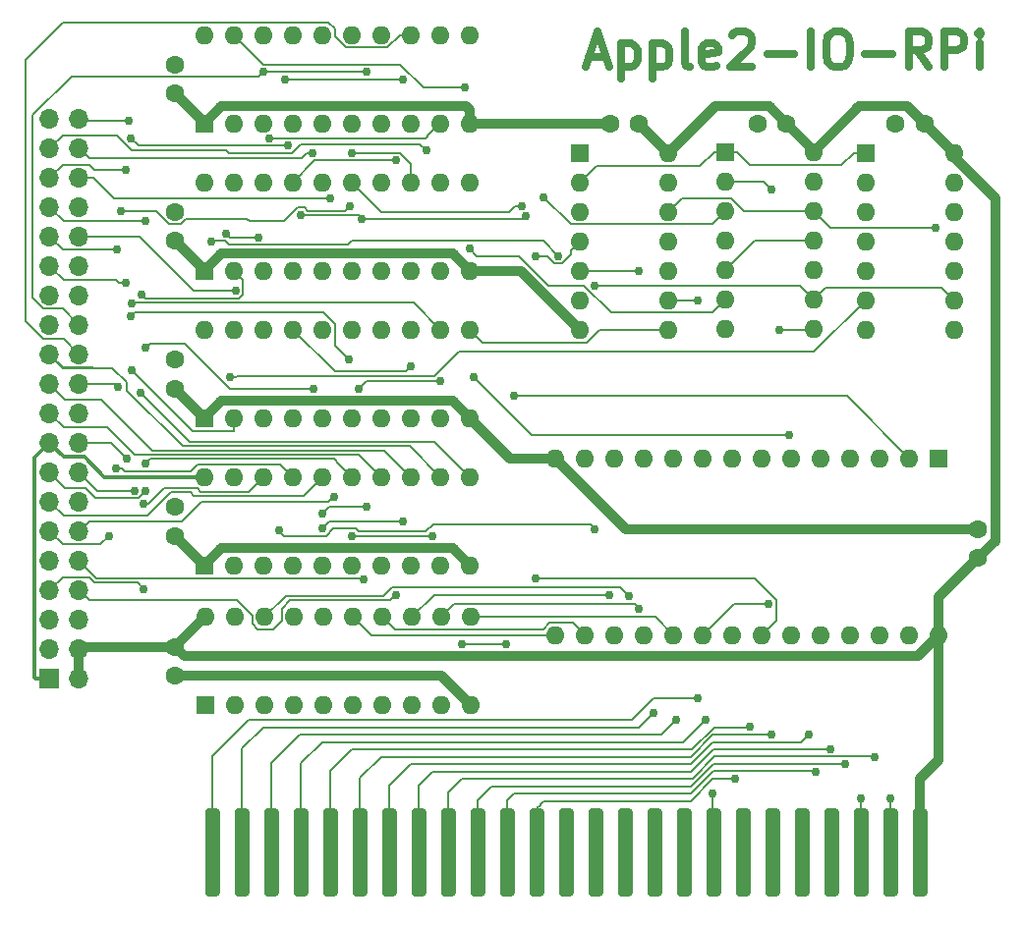
<source format=gbr>
G04 #@! TF.GenerationSoftware,KiCad,Pcbnew,(5.1.10-1-10_14)*
G04 #@! TF.CreationDate,2021-07-20T17:57:18-04:00*
G04 #@! TF.ProjectId,Apple2IORPi,4170706c-6532-4494-9f52-50692e6b6963,0.4*
G04 #@! TF.SameCoordinates,Original*
G04 #@! TF.FileFunction,Copper,L1,Top*
G04 #@! TF.FilePolarity,Positive*
%FSLAX46Y46*%
G04 Gerber Fmt 4.6, Leading zero omitted, Abs format (unit mm)*
G04 Created by KiCad (PCBNEW (5.1.10-1-10_14)) date 2021-07-20 17:57:18*
%MOMM*%
%LPD*%
G01*
G04 APERTURE LIST*
G04 #@! TA.AperFunction,NonConductor*
%ADD10C,0.635000*%
G04 #@! TD*
G04 #@! TA.AperFunction,ComponentPad*
%ADD11C,1.600000*%
G04 #@! TD*
G04 #@! TA.AperFunction,ComponentPad*
%ADD12O,1.600000X1.600000*%
G04 #@! TD*
G04 #@! TA.AperFunction,ComponentPad*
%ADD13R,1.600000X1.600000*%
G04 #@! TD*
G04 #@! TA.AperFunction,ComponentPad*
%ADD14R,1.700000X1.700000*%
G04 #@! TD*
G04 #@! TA.AperFunction,ComponentPad*
%ADD15O,1.700000X1.700000*%
G04 #@! TD*
G04 #@! TA.AperFunction,ViaPad*
%ADD16C,0.762000*%
G04 #@! TD*
G04 #@! TA.AperFunction,Conductor*
%ADD17C,0.177800*%
G04 #@! TD*
G04 #@! TA.AperFunction,Conductor*
%ADD18C,0.812800*%
G04 #@! TD*
G04 #@! TA.AperFunction,Conductor*
%ADD19C,0.355600*%
G04 #@! TD*
G04 APERTURE END LIST*
D10*
X156928457Y-46990000D02*
X158379885Y-46990000D01*
X156638171Y-47860857D02*
X157654171Y-44812857D01*
X158670171Y-47860857D01*
X159686171Y-45828857D02*
X159686171Y-48876857D01*
X159686171Y-45974000D02*
X159976457Y-45828857D01*
X160557028Y-45828857D01*
X160847314Y-45974000D01*
X160992457Y-46119142D01*
X161137600Y-46409428D01*
X161137600Y-47280285D01*
X160992457Y-47570571D01*
X160847314Y-47715714D01*
X160557028Y-47860857D01*
X159976457Y-47860857D01*
X159686171Y-47715714D01*
X162443885Y-45828857D02*
X162443885Y-48876857D01*
X162443885Y-45974000D02*
X162734171Y-45828857D01*
X163314742Y-45828857D01*
X163605028Y-45974000D01*
X163750171Y-46119142D01*
X163895314Y-46409428D01*
X163895314Y-47280285D01*
X163750171Y-47570571D01*
X163605028Y-47715714D01*
X163314742Y-47860857D01*
X162734171Y-47860857D01*
X162443885Y-47715714D01*
X165637028Y-47860857D02*
X165346742Y-47715714D01*
X165201600Y-47425428D01*
X165201600Y-44812857D01*
X167959314Y-47715714D02*
X167669028Y-47860857D01*
X167088457Y-47860857D01*
X166798171Y-47715714D01*
X166653028Y-47425428D01*
X166653028Y-46264285D01*
X166798171Y-45974000D01*
X167088457Y-45828857D01*
X167669028Y-45828857D01*
X167959314Y-45974000D01*
X168104457Y-46264285D01*
X168104457Y-46554571D01*
X166653028Y-46844857D01*
X169265600Y-45103142D02*
X169410742Y-44958000D01*
X169701028Y-44812857D01*
X170426742Y-44812857D01*
X170717028Y-44958000D01*
X170862171Y-45103142D01*
X171007314Y-45393428D01*
X171007314Y-45683714D01*
X170862171Y-46119142D01*
X169120457Y-47860857D01*
X171007314Y-47860857D01*
X172313600Y-46699714D02*
X174635885Y-46699714D01*
X176087314Y-47860857D02*
X176087314Y-44812857D01*
X178119314Y-44812857D02*
X178699885Y-44812857D01*
X178990171Y-44958000D01*
X179280457Y-45248285D01*
X179425600Y-45828857D01*
X179425600Y-46844857D01*
X179280457Y-47425428D01*
X178990171Y-47715714D01*
X178699885Y-47860857D01*
X178119314Y-47860857D01*
X177829028Y-47715714D01*
X177538742Y-47425428D01*
X177393600Y-46844857D01*
X177393600Y-45828857D01*
X177538742Y-45248285D01*
X177829028Y-44958000D01*
X178119314Y-44812857D01*
X180731885Y-46699714D02*
X183054171Y-46699714D01*
X186247314Y-47860857D02*
X185231314Y-46409428D01*
X184505600Y-47860857D02*
X184505600Y-44812857D01*
X185666742Y-44812857D01*
X185957028Y-44958000D01*
X186102171Y-45103142D01*
X186247314Y-45393428D01*
X186247314Y-45828857D01*
X186102171Y-46119142D01*
X185957028Y-46264285D01*
X185666742Y-46409428D01*
X184505600Y-46409428D01*
X187553600Y-47860857D02*
X187553600Y-44812857D01*
X188714742Y-44812857D01*
X189005028Y-44958000D01*
X189150171Y-45103142D01*
X189295314Y-45393428D01*
X189295314Y-45828857D01*
X189150171Y-46119142D01*
X189005028Y-46264285D01*
X188714742Y-46409428D01*
X187553600Y-46409428D01*
X190601600Y-47860857D02*
X190601600Y-45828857D01*
X190601600Y-44812857D02*
X190456457Y-44958000D01*
X190601600Y-45103142D01*
X190746742Y-44958000D01*
X190601600Y-44812857D01*
X190601600Y-45103142D01*
D11*
X190500000Y-90170000D03*
X190500000Y-87670000D03*
D12*
X176326800Y-55168800D03*
X168706800Y-70408800D03*
X176326800Y-57708800D03*
X168706800Y-67868800D03*
X176326800Y-60248800D03*
X168706800Y-65328800D03*
X176326800Y-62788800D03*
X168706800Y-62788800D03*
X176326800Y-65328800D03*
X168706800Y-60248800D03*
X176326800Y-67868800D03*
X168706800Y-57708800D03*
X176326800Y-70408800D03*
D13*
X168706800Y-55168800D03*
X180771800Y-55245000D03*
D12*
X188391800Y-70485000D03*
X180771800Y-57785000D03*
X188391800Y-67945000D03*
X180771800Y-60325000D03*
X188391800Y-65405000D03*
X180771800Y-62865000D03*
X188391800Y-62865000D03*
X180771800Y-65405000D03*
X188391800Y-60325000D03*
X180771800Y-67945000D03*
X188391800Y-57785000D03*
X180771800Y-70485000D03*
X188391800Y-55245000D03*
X163830000Y-55245000D03*
X156210000Y-70485000D03*
X163830000Y-57785000D03*
X156210000Y-67945000D03*
X163830000Y-60325000D03*
X156210000Y-65405000D03*
X163830000Y-62865000D03*
X156210000Y-62865000D03*
X163830000Y-65405000D03*
X156210000Y-60325000D03*
X163830000Y-67945000D03*
X156210000Y-57785000D03*
X163830000Y-70485000D03*
D13*
X156210000Y-55245000D03*
D11*
X121285000Y-85765000D03*
X121285000Y-88265000D03*
X121285000Y-100330000D03*
X121285000Y-97830000D03*
X121285000Y-75565000D03*
X121285000Y-73065000D03*
X158790000Y-52705000D03*
X161290000Y-52705000D03*
X173990000Y-52705000D03*
X171490000Y-52705000D03*
X185851800Y-52705000D03*
X183351800Y-52705000D03*
D13*
X123825000Y-65405000D03*
D12*
X146685000Y-57785000D03*
X126365000Y-65405000D03*
X144145000Y-57785000D03*
X128905000Y-65405000D03*
X141605000Y-57785000D03*
X131445000Y-65405000D03*
X139065000Y-57785000D03*
X133985000Y-65405000D03*
X136525000Y-57785000D03*
X136525000Y-65405000D03*
X133985000Y-57785000D03*
X139065000Y-65405000D03*
X131445000Y-57785000D03*
X141605000Y-65405000D03*
X128905000Y-57785000D03*
X144145000Y-65405000D03*
X126365000Y-57785000D03*
X146685000Y-65405000D03*
X123825000Y-57785000D03*
D11*
X121285000Y-60325000D03*
X121285000Y-62825000D03*
D13*
X123825000Y-78105000D03*
D12*
X146685000Y-70485000D03*
X126365000Y-78105000D03*
X144145000Y-70485000D03*
X128905000Y-78105000D03*
X141605000Y-70485000D03*
X131445000Y-78105000D03*
X139065000Y-70485000D03*
X133985000Y-78105000D03*
X136525000Y-70485000D03*
X136525000Y-78105000D03*
X133985000Y-70485000D03*
X139065000Y-78105000D03*
X131445000Y-70485000D03*
X141605000Y-78105000D03*
X128905000Y-70485000D03*
X144145000Y-78105000D03*
X126365000Y-70485000D03*
X146685000Y-78105000D03*
X123825000Y-70485000D03*
D14*
X110490000Y-100584000D03*
D15*
X113030000Y-100584000D03*
X110490000Y-98044000D03*
X113030000Y-98044000D03*
X110490000Y-95504000D03*
X113030000Y-95504000D03*
X110490000Y-92964000D03*
X113030000Y-92964000D03*
X110490000Y-90424000D03*
X113030000Y-90424000D03*
X110490000Y-87884000D03*
X113030000Y-87884000D03*
X110490000Y-85344000D03*
X113030000Y-85344000D03*
X110490000Y-82804000D03*
X113030000Y-82804000D03*
X110490000Y-80264000D03*
X113030000Y-80264000D03*
X110490000Y-77724000D03*
X113030000Y-77724000D03*
X110490000Y-75184000D03*
X113030000Y-75184000D03*
X110490000Y-72644000D03*
X113030000Y-72644000D03*
X110490000Y-70104000D03*
X113030000Y-70104000D03*
X110490000Y-67564000D03*
X113030000Y-67564000D03*
X110490000Y-65024000D03*
X113030000Y-65024000D03*
X110490000Y-62484000D03*
X113030000Y-62484000D03*
X110490000Y-59944000D03*
X113030000Y-59944000D03*
X110490000Y-57404000D03*
X113030000Y-57404000D03*
X110490000Y-54864000D03*
X113030000Y-54864000D03*
X110490000Y-52324000D03*
X113030000Y-52324000D03*
D12*
X123825000Y-45085000D03*
X146685000Y-52705000D03*
X126365000Y-45085000D03*
X144145000Y-52705000D03*
X128905000Y-45085000D03*
X141605000Y-52705000D03*
X131445000Y-45085000D03*
X139065000Y-52705000D03*
X133985000Y-45085000D03*
X136525000Y-52705000D03*
X136525000Y-45085000D03*
X133985000Y-52705000D03*
X139065000Y-45085000D03*
X131445000Y-52705000D03*
X141605000Y-45085000D03*
X128905000Y-52705000D03*
X144145000Y-45085000D03*
X126365000Y-52705000D03*
X146685000Y-45085000D03*
D13*
X123825000Y-52705000D03*
X187101925Y-81586962D03*
D12*
X154081925Y-96826962D03*
X184561925Y-81586962D03*
X156621925Y-96826962D03*
X182021925Y-81586962D03*
X159161925Y-96826962D03*
X179481925Y-81586962D03*
X161701925Y-96826962D03*
X176941925Y-81586962D03*
X164241925Y-96826962D03*
X174401925Y-81586962D03*
X166781925Y-96826962D03*
X171861925Y-81586962D03*
X169321925Y-96826962D03*
X169321925Y-81586962D03*
X171861925Y-96826962D03*
X166781925Y-81586962D03*
X174401925Y-96826962D03*
X164241925Y-81586962D03*
X176941925Y-96826962D03*
X161701925Y-81586962D03*
X179481925Y-96826962D03*
X159161925Y-81586962D03*
X182021925Y-96826962D03*
X156621925Y-81586962D03*
X184561925Y-96826962D03*
X154081925Y-81586962D03*
X187101925Y-96826962D03*
G04 #@! TA.AperFunction,ConnectorPad*
G36*
G01*
X184860001Y-119062500D02*
X184860001Y-112077500D01*
G75*
G02*
X185177501Y-111760000I317500J0D01*
G01*
X185812501Y-111760000D01*
G75*
G02*
X186130001Y-112077500I0J-317500D01*
G01*
X186130001Y-119062500D01*
G75*
G02*
X185812501Y-119380000I-317500J0D01*
G01*
X185177501Y-119380000D01*
G75*
G02*
X184860001Y-119062500I0J317500D01*
G01*
G37*
G04 #@! TD.AperFunction*
G04 #@! TA.AperFunction,ConnectorPad*
G36*
G01*
X182320001Y-119062500D02*
X182320001Y-112077500D01*
G75*
G02*
X182637501Y-111760000I317500J0D01*
G01*
X183272501Y-111760000D01*
G75*
G02*
X183590001Y-112077500I0J-317500D01*
G01*
X183590001Y-119062500D01*
G75*
G02*
X183272501Y-119380000I-317500J0D01*
G01*
X182637501Y-119380000D01*
G75*
G02*
X182320001Y-119062500I0J317500D01*
G01*
G37*
G04 #@! TD.AperFunction*
G04 #@! TA.AperFunction,ConnectorPad*
G36*
G01*
X179780001Y-119062500D02*
X179780001Y-112077500D01*
G75*
G02*
X180097501Y-111760000I317500J0D01*
G01*
X180732501Y-111760000D01*
G75*
G02*
X181050001Y-112077500I0J-317500D01*
G01*
X181050001Y-119062500D01*
G75*
G02*
X180732501Y-119380000I-317500J0D01*
G01*
X180097501Y-119380000D01*
G75*
G02*
X179780001Y-119062500I0J317500D01*
G01*
G37*
G04 #@! TD.AperFunction*
G04 #@! TA.AperFunction,ConnectorPad*
G36*
G01*
X177240001Y-119062500D02*
X177240001Y-112077500D01*
G75*
G02*
X177557501Y-111760000I317500J0D01*
G01*
X178192501Y-111760000D01*
G75*
G02*
X178510001Y-112077500I0J-317500D01*
G01*
X178510001Y-119062500D01*
G75*
G02*
X178192501Y-119380000I-317500J0D01*
G01*
X177557501Y-119380000D01*
G75*
G02*
X177240001Y-119062500I0J317500D01*
G01*
G37*
G04 #@! TD.AperFunction*
G04 #@! TA.AperFunction,ConnectorPad*
G36*
G01*
X174700001Y-119062500D02*
X174700001Y-112077500D01*
G75*
G02*
X175017501Y-111760000I317500J0D01*
G01*
X175652501Y-111760000D01*
G75*
G02*
X175970001Y-112077500I0J-317500D01*
G01*
X175970001Y-119062500D01*
G75*
G02*
X175652501Y-119380000I-317500J0D01*
G01*
X175017501Y-119380000D01*
G75*
G02*
X174700001Y-119062500I0J317500D01*
G01*
G37*
G04 #@! TD.AperFunction*
G04 #@! TA.AperFunction,ConnectorPad*
G36*
G01*
X172160001Y-119062500D02*
X172160001Y-112077500D01*
G75*
G02*
X172477501Y-111760000I317500J0D01*
G01*
X173112501Y-111760000D01*
G75*
G02*
X173430001Y-112077500I0J-317500D01*
G01*
X173430001Y-119062500D01*
G75*
G02*
X173112501Y-119380000I-317500J0D01*
G01*
X172477501Y-119380000D01*
G75*
G02*
X172160001Y-119062500I0J317500D01*
G01*
G37*
G04 #@! TD.AperFunction*
G04 #@! TA.AperFunction,ConnectorPad*
G36*
G01*
X169620001Y-119062500D02*
X169620001Y-112077500D01*
G75*
G02*
X169937501Y-111760000I317500J0D01*
G01*
X170572501Y-111760000D01*
G75*
G02*
X170890001Y-112077500I0J-317500D01*
G01*
X170890001Y-119062500D01*
G75*
G02*
X170572501Y-119380000I-317500J0D01*
G01*
X169937501Y-119380000D01*
G75*
G02*
X169620001Y-119062500I0J317500D01*
G01*
G37*
G04 #@! TD.AperFunction*
G04 #@! TA.AperFunction,ConnectorPad*
G36*
G01*
X167080001Y-119062500D02*
X167080001Y-112077500D01*
G75*
G02*
X167397501Y-111760000I317500J0D01*
G01*
X168032501Y-111760000D01*
G75*
G02*
X168350001Y-112077500I0J-317500D01*
G01*
X168350001Y-119062500D01*
G75*
G02*
X168032501Y-119380000I-317500J0D01*
G01*
X167397501Y-119380000D01*
G75*
G02*
X167080001Y-119062500I0J317500D01*
G01*
G37*
G04 #@! TD.AperFunction*
G04 #@! TA.AperFunction,ConnectorPad*
G36*
G01*
X164540001Y-119062500D02*
X164540001Y-112077500D01*
G75*
G02*
X164857501Y-111760000I317500J0D01*
G01*
X165492501Y-111760000D01*
G75*
G02*
X165810001Y-112077500I0J-317500D01*
G01*
X165810001Y-119062500D01*
G75*
G02*
X165492501Y-119380000I-317500J0D01*
G01*
X164857501Y-119380000D01*
G75*
G02*
X164540001Y-119062500I0J317500D01*
G01*
G37*
G04 #@! TD.AperFunction*
G04 #@! TA.AperFunction,ConnectorPad*
G36*
G01*
X162000001Y-119062500D02*
X162000001Y-112077500D01*
G75*
G02*
X162317501Y-111760000I317500J0D01*
G01*
X162952501Y-111760000D01*
G75*
G02*
X163270001Y-112077500I0J-317500D01*
G01*
X163270001Y-119062500D01*
G75*
G02*
X162952501Y-119380000I-317500J0D01*
G01*
X162317501Y-119380000D01*
G75*
G02*
X162000001Y-119062500I0J317500D01*
G01*
G37*
G04 #@! TD.AperFunction*
G04 #@! TA.AperFunction,ConnectorPad*
G36*
G01*
X159460001Y-119062500D02*
X159460001Y-112077500D01*
G75*
G02*
X159777501Y-111760000I317500J0D01*
G01*
X160412501Y-111760000D01*
G75*
G02*
X160730001Y-112077500I0J-317500D01*
G01*
X160730001Y-119062500D01*
G75*
G02*
X160412501Y-119380000I-317500J0D01*
G01*
X159777501Y-119380000D01*
G75*
G02*
X159460001Y-119062500I0J317500D01*
G01*
G37*
G04 #@! TD.AperFunction*
G04 #@! TA.AperFunction,ConnectorPad*
G36*
G01*
X156920001Y-119062500D02*
X156920001Y-112077500D01*
G75*
G02*
X157237501Y-111760000I317500J0D01*
G01*
X157872501Y-111760000D01*
G75*
G02*
X158190001Y-112077500I0J-317500D01*
G01*
X158190001Y-119062500D01*
G75*
G02*
X157872501Y-119380000I-317500J0D01*
G01*
X157237501Y-119380000D01*
G75*
G02*
X156920001Y-119062500I0J317500D01*
G01*
G37*
G04 #@! TD.AperFunction*
G04 #@! TA.AperFunction,ConnectorPad*
G36*
G01*
X154380001Y-119062500D02*
X154380001Y-112077500D01*
G75*
G02*
X154697501Y-111760000I317500J0D01*
G01*
X155332501Y-111760000D01*
G75*
G02*
X155650001Y-112077500I0J-317500D01*
G01*
X155650001Y-119062500D01*
G75*
G02*
X155332501Y-119380000I-317500J0D01*
G01*
X154697501Y-119380000D01*
G75*
G02*
X154380001Y-119062500I0J317500D01*
G01*
G37*
G04 #@! TD.AperFunction*
G04 #@! TA.AperFunction,ConnectorPad*
G36*
G01*
X151840001Y-119062500D02*
X151840001Y-112077500D01*
G75*
G02*
X152157501Y-111760000I317500J0D01*
G01*
X152792501Y-111760000D01*
G75*
G02*
X153110001Y-112077500I0J-317500D01*
G01*
X153110001Y-119062500D01*
G75*
G02*
X152792501Y-119380000I-317500J0D01*
G01*
X152157501Y-119380000D01*
G75*
G02*
X151840001Y-119062500I0J317500D01*
G01*
G37*
G04 #@! TD.AperFunction*
G04 #@! TA.AperFunction,ConnectorPad*
G36*
G01*
X149300001Y-119062500D02*
X149300001Y-112077500D01*
G75*
G02*
X149617501Y-111760000I317500J0D01*
G01*
X150252501Y-111760000D01*
G75*
G02*
X150570001Y-112077500I0J-317500D01*
G01*
X150570001Y-119062500D01*
G75*
G02*
X150252501Y-119380000I-317500J0D01*
G01*
X149617501Y-119380000D01*
G75*
G02*
X149300001Y-119062500I0J317500D01*
G01*
G37*
G04 #@! TD.AperFunction*
G04 #@! TA.AperFunction,ConnectorPad*
G36*
G01*
X146760001Y-119062500D02*
X146760001Y-112077500D01*
G75*
G02*
X147077501Y-111760000I317500J0D01*
G01*
X147712501Y-111760000D01*
G75*
G02*
X148030001Y-112077500I0J-317500D01*
G01*
X148030001Y-119062500D01*
G75*
G02*
X147712501Y-119380000I-317500J0D01*
G01*
X147077501Y-119380000D01*
G75*
G02*
X146760001Y-119062500I0J317500D01*
G01*
G37*
G04 #@! TD.AperFunction*
G04 #@! TA.AperFunction,ConnectorPad*
G36*
G01*
X144220001Y-119062500D02*
X144220001Y-112077500D01*
G75*
G02*
X144537501Y-111760000I317500J0D01*
G01*
X145172501Y-111760000D01*
G75*
G02*
X145490001Y-112077500I0J-317500D01*
G01*
X145490001Y-119062500D01*
G75*
G02*
X145172501Y-119380000I-317500J0D01*
G01*
X144537501Y-119380000D01*
G75*
G02*
X144220001Y-119062500I0J317500D01*
G01*
G37*
G04 #@! TD.AperFunction*
G04 #@! TA.AperFunction,ConnectorPad*
G36*
G01*
X141680001Y-119062500D02*
X141680001Y-112077500D01*
G75*
G02*
X141997501Y-111760000I317500J0D01*
G01*
X142632501Y-111760000D01*
G75*
G02*
X142950001Y-112077500I0J-317500D01*
G01*
X142950001Y-119062500D01*
G75*
G02*
X142632501Y-119380000I-317500J0D01*
G01*
X141997501Y-119380000D01*
G75*
G02*
X141680001Y-119062500I0J317500D01*
G01*
G37*
G04 #@! TD.AperFunction*
G04 #@! TA.AperFunction,ConnectorPad*
G36*
G01*
X139140001Y-119062500D02*
X139140001Y-112077500D01*
G75*
G02*
X139457501Y-111760000I317500J0D01*
G01*
X140092501Y-111760000D01*
G75*
G02*
X140410001Y-112077500I0J-317500D01*
G01*
X140410001Y-119062500D01*
G75*
G02*
X140092501Y-119380000I-317500J0D01*
G01*
X139457501Y-119380000D01*
G75*
G02*
X139140001Y-119062500I0J317500D01*
G01*
G37*
G04 #@! TD.AperFunction*
G04 #@! TA.AperFunction,ConnectorPad*
G36*
G01*
X136600001Y-119062500D02*
X136600001Y-112077500D01*
G75*
G02*
X136917501Y-111760000I317500J0D01*
G01*
X137552501Y-111760000D01*
G75*
G02*
X137870001Y-112077500I0J-317500D01*
G01*
X137870001Y-119062500D01*
G75*
G02*
X137552501Y-119380000I-317500J0D01*
G01*
X136917501Y-119380000D01*
G75*
G02*
X136600001Y-119062500I0J317500D01*
G01*
G37*
G04 #@! TD.AperFunction*
G04 #@! TA.AperFunction,ConnectorPad*
G36*
G01*
X134060001Y-119062500D02*
X134060001Y-112077500D01*
G75*
G02*
X134377501Y-111760000I317500J0D01*
G01*
X135012501Y-111760000D01*
G75*
G02*
X135330001Y-112077500I0J-317500D01*
G01*
X135330001Y-119062500D01*
G75*
G02*
X135012501Y-119380000I-317500J0D01*
G01*
X134377501Y-119380000D01*
G75*
G02*
X134060001Y-119062500I0J317500D01*
G01*
G37*
G04 #@! TD.AperFunction*
G04 #@! TA.AperFunction,ConnectorPad*
G36*
G01*
X131520001Y-119062500D02*
X131520001Y-112077500D01*
G75*
G02*
X131837501Y-111760000I317500J0D01*
G01*
X132472501Y-111760000D01*
G75*
G02*
X132790001Y-112077500I0J-317500D01*
G01*
X132790001Y-119062500D01*
G75*
G02*
X132472501Y-119380000I-317500J0D01*
G01*
X131837501Y-119380000D01*
G75*
G02*
X131520001Y-119062500I0J317500D01*
G01*
G37*
G04 #@! TD.AperFunction*
G04 #@! TA.AperFunction,ConnectorPad*
G36*
G01*
X128980001Y-119062500D02*
X128980001Y-112077500D01*
G75*
G02*
X129297501Y-111760000I317500J0D01*
G01*
X129932501Y-111760000D01*
G75*
G02*
X130250001Y-112077500I0J-317500D01*
G01*
X130250001Y-119062500D01*
G75*
G02*
X129932501Y-119380000I-317500J0D01*
G01*
X129297501Y-119380000D01*
G75*
G02*
X128980001Y-119062500I0J317500D01*
G01*
G37*
G04 #@! TD.AperFunction*
G04 #@! TA.AperFunction,ConnectorPad*
G36*
G01*
X126440001Y-119062500D02*
X126440001Y-112077500D01*
G75*
G02*
X126757501Y-111760000I317500J0D01*
G01*
X127392501Y-111760000D01*
G75*
G02*
X127710001Y-112077500I0J-317500D01*
G01*
X127710001Y-119062500D01*
G75*
G02*
X127392501Y-119380000I-317500J0D01*
G01*
X126757501Y-119380000D01*
G75*
G02*
X126440001Y-119062500I0J317500D01*
G01*
G37*
G04 #@! TD.AperFunction*
G04 #@! TA.AperFunction,ConnectorPad*
G36*
G01*
X123900001Y-119062500D02*
X123900001Y-112077500D01*
G75*
G02*
X124217501Y-111760000I317500J0D01*
G01*
X124852501Y-111760000D01*
G75*
G02*
X125170001Y-112077500I0J-317500D01*
G01*
X125170001Y-119062500D01*
G75*
G02*
X124852501Y-119380000I-317500J0D01*
G01*
X124217501Y-119380000D01*
G75*
G02*
X123900001Y-119062500I0J317500D01*
G01*
G37*
G04 #@! TD.AperFunction*
D13*
X123952000Y-102870000D03*
D12*
X146812000Y-95250000D03*
X126492000Y-102870000D03*
X144272000Y-95250000D03*
X129032000Y-102870000D03*
X141732000Y-95250000D03*
X131572000Y-102870000D03*
X139192000Y-95250000D03*
X134112000Y-102870000D03*
X136652000Y-95250000D03*
X136652000Y-102870000D03*
X134112000Y-95250000D03*
X139192000Y-102870000D03*
X131572000Y-95250000D03*
X141732000Y-102870000D03*
X129032000Y-95250000D03*
X144272000Y-102870000D03*
X126492000Y-95250000D03*
X146812000Y-102870000D03*
X123952000Y-95250000D03*
X123825000Y-83185000D03*
X146685000Y-90805000D03*
X126365000Y-83185000D03*
X144145000Y-90805000D03*
X128905000Y-83185000D03*
X141605000Y-90805000D03*
X131445000Y-83185000D03*
X139065000Y-90805000D03*
X133985000Y-83185000D03*
X136525000Y-90805000D03*
X136525000Y-83185000D03*
X133985000Y-90805000D03*
X139065000Y-83185000D03*
X131445000Y-90805000D03*
X141605000Y-83185000D03*
X128905000Y-90805000D03*
X144145000Y-83185000D03*
X126365000Y-90805000D03*
X146685000Y-83185000D03*
D13*
X123825000Y-90805000D03*
D11*
X121285000Y-50125000D03*
X121285000Y-47625000D03*
D16*
X140970000Y-86995000D03*
X133985000Y-87630000D03*
X136525000Y-55245000D03*
X143510000Y-88265000D03*
X136525000Y-88265000D03*
X181610000Y-107315000D03*
X158750000Y-93345000D03*
X177800000Y-106654599D03*
X161290000Y-94602300D03*
X141605000Y-73660000D03*
X140335000Y-55892700D03*
X175895000Y-105410000D03*
X129438400Y-53988593D03*
X172720000Y-105397300D03*
X166370000Y-102235000D03*
X172466000Y-94107000D03*
X170815000Y-104749600D03*
X169557700Y-109220000D03*
X167005000Y-104140000D03*
X164465000Y-104140000D03*
X162560000Y-103505000D03*
X161290000Y-65405000D03*
X176530000Y-108585000D03*
X160401000Y-93497400D03*
X125649727Y-62204599D03*
X128524000Y-62547500D03*
X179070000Y-107950000D03*
X157454600Y-87680800D03*
X130276600Y-87833200D03*
X137795000Y-85725000D03*
X133985000Y-86360000D03*
X132156200Y-60629800D03*
X151485600Y-60706000D03*
X137414000Y-60947300D03*
X167640000Y-110490000D03*
X180415001Y-110871000D03*
X182955001Y-110871000D03*
X118592600Y-85547200D03*
X118618000Y-92837000D03*
X140335000Y-93345000D03*
X144145000Y-74930000D03*
X137160000Y-75565000D03*
X137509508Y-92004891D03*
X116205000Y-82448400D03*
X115581801Y-88265000D03*
X134975600Y-84886800D03*
X118719600Y-84429600D03*
X118783199Y-82016600D03*
X117779800Y-84378800D03*
X118427500Y-67487800D03*
X117132100Y-81584800D03*
X136372600Y-59867800D03*
X116611400Y-60299600D03*
X131025999Y-54636293D03*
X117475000Y-53975000D03*
X116408200Y-75412600D03*
X130810000Y-48920400D03*
X140970000Y-48895000D03*
X137795000Y-48272700D03*
X128905000Y-48272700D03*
X118351300Y-75980431D03*
X117017800Y-66497200D03*
X117602000Y-74015600D03*
X116281200Y-63600701D03*
X126517400Y-67157600D03*
X133248400Y-75603199D03*
X118783199Y-72059800D03*
X118783199Y-61163200D03*
X117500400Y-69316600D03*
X117043200Y-56718200D03*
X136271000Y-73088500D03*
X134645400Y-59207400D03*
X142925800Y-55067200D03*
X133159401Y-55269910D03*
X117602000Y-68224400D03*
X117271800Y-52451000D03*
X157480000Y-66675000D03*
X146050000Y-97601573D03*
X149860000Y-97601573D03*
X152400000Y-64135000D03*
X152400000Y-91948000D03*
X126034006Y-74625994D03*
X166370000Y-67945000D03*
X154330401Y-64135000D03*
X124460000Y-62865000D03*
X150495000Y-76200000D03*
X151136567Y-59833416D03*
X174218600Y-79552800D03*
X147015200Y-74549000D03*
X146685000Y-63500000D03*
X153035000Y-59055000D03*
X146227800Y-49631600D03*
X172720000Y-58420000D03*
X173355000Y-70485000D03*
X186798209Y-61703209D03*
D17*
X138228962Y-96826962D02*
X136652000Y-95250000D01*
X154081925Y-96826962D02*
X138228962Y-96826962D01*
X134620000Y-86995000D02*
X133985000Y-87630000D01*
X140970000Y-86995000D02*
X134620000Y-86995000D01*
X155555224Y-95760261D02*
X156621925Y-96826962D01*
X153569908Y-95760261D02*
X155555224Y-95760261D01*
X153013468Y-96316701D02*
X153569908Y-95760261D01*
X140258701Y-96316701D02*
X153013468Y-96316701D01*
X139192000Y-95250000D02*
X140258701Y-96316701D01*
X143510000Y-88265000D02*
X136525000Y-88265000D01*
X140645898Y-55245000D02*
X136525000Y-55245000D01*
X141605000Y-56204102D02*
X140645898Y-55245000D01*
X141605000Y-57785000D02*
X141605000Y-56204102D01*
X167784793Y-107302299D02*
X181597299Y-107302299D01*
X181597299Y-107302299D02*
X181610000Y-107315000D01*
X165867092Y-109220000D02*
X167784793Y-107302299D01*
X146050000Y-109220000D02*
X165867092Y-109220000D01*
X144855001Y-110414999D02*
X146050000Y-109220000D01*
X144855001Y-115570000D02*
X144855001Y-110414999D01*
X141732000Y-95250000D02*
X143637000Y-93345000D01*
X143637000Y-93345000D02*
X158750000Y-93345000D01*
X142315001Y-115570000D02*
X142315001Y-109779999D01*
X142315001Y-109779999D02*
X143510000Y-108585000D01*
X143510000Y-108585000D02*
X153035000Y-108585000D01*
X177800000Y-106654599D02*
X167665401Y-106654599D01*
X167665401Y-106654599D02*
X165735000Y-108585000D01*
X165735000Y-108585000D02*
X152400000Y-108585000D01*
X160870999Y-94183299D02*
X161290000Y-94602300D01*
X144272000Y-95250000D02*
X145338701Y-94183299D01*
X145338701Y-94183299D02*
X160870999Y-94183299D01*
X133337300Y-55892700D02*
X131445000Y-57785000D01*
X140335000Y-55892700D02*
X133337300Y-55892700D01*
X141147800Y-74117200D02*
X141605000Y-73660000D01*
X135077200Y-74117200D02*
X141147800Y-74117200D01*
X131445000Y-70485000D02*
X135077200Y-74117200D01*
X139775001Y-115570000D02*
X139775001Y-109779999D01*
X139775001Y-109779999D02*
X141605000Y-107950000D01*
X141605000Y-107950000D02*
X165735000Y-107950000D01*
X165735000Y-107950000D02*
X167640000Y-106045000D01*
X167640000Y-106045000D02*
X175260000Y-106045000D01*
X175260000Y-106045000D02*
X175895000Y-105410000D01*
X162664963Y-95250000D02*
X164241925Y-96826962D01*
X146812000Y-95250000D02*
X162664963Y-95250000D01*
X142861407Y-53988593D02*
X143306800Y-53543200D01*
X129438400Y-53988593D02*
X142861407Y-53988593D01*
X144145000Y-52705000D02*
X143306800Y-53543200D01*
X143306800Y-53543200D02*
X143078299Y-53771701D01*
X167640000Y-105397300D02*
X172720000Y-105397300D01*
X167640000Y-105410000D02*
X167640000Y-105397300D01*
X165735000Y-107315000D02*
X167640000Y-105410000D01*
X139065000Y-107315000D02*
X165735000Y-107315000D01*
X137235001Y-109144999D02*
X139065000Y-107315000D01*
X137235001Y-115570000D02*
X137235001Y-109144999D01*
X124535001Y-115570000D02*
X124535001Y-107239999D01*
X124535001Y-107239999D02*
X127635000Y-104140000D01*
X160655000Y-104140000D02*
X162560000Y-102235000D01*
X127635000Y-104140000D02*
X160655000Y-104140000D01*
X162560000Y-102235000D02*
X166370000Y-102235000D01*
X169501887Y-94107000D02*
X172466000Y-94107000D01*
X166781925Y-96826962D02*
X169501887Y-94107000D01*
X134695001Y-115570000D02*
X134695001Y-108509999D01*
X134695001Y-108509999D02*
X136525000Y-106680000D01*
X136525000Y-106680000D02*
X165854392Y-106680000D01*
X165854392Y-106680000D02*
X167759392Y-104775000D01*
X167759392Y-104775000D02*
X170789600Y-104775000D01*
X170789600Y-104775000D02*
X170815000Y-104749600D01*
X152475001Y-115570000D02*
X152475001Y-111760000D01*
X152475001Y-111760000D02*
X152754391Y-111480610D01*
X152754391Y-111480610D02*
X152754391Y-111405609D01*
X152754391Y-111405609D02*
X153035000Y-111125000D01*
X153035000Y-111125000D02*
X165735000Y-111125000D01*
X165735000Y-111125000D02*
X167640000Y-109220000D01*
X167640000Y-109220000D02*
X169557700Y-109220000D01*
X133985000Y-106045000D02*
X165100000Y-106045000D01*
X132155001Y-115570000D02*
X132155001Y-107874999D01*
X132155001Y-107874999D02*
X133985000Y-106045000D01*
X165100000Y-106045000D02*
X167005000Y-104140000D01*
X129615001Y-115570000D02*
X129615001Y-107874999D01*
X129615001Y-107874999D02*
X132080000Y-105410000D01*
X132080000Y-105410000D02*
X163195000Y-105410000D01*
X163195000Y-105410000D02*
X164465000Y-104140000D01*
X127075001Y-115570000D02*
X127075001Y-106604999D01*
X127075001Y-106604999D02*
X128905000Y-104775000D01*
X161290000Y-104775000D02*
X128905000Y-104775000D01*
X162560000Y-103505000D02*
X161290000Y-104775000D01*
X161290000Y-65405000D02*
X156210000Y-65405000D01*
X149935001Y-115570000D02*
X149935001Y-111049999D01*
X149935001Y-111049999D02*
X150495000Y-110490000D01*
X150495000Y-110490000D02*
X165735000Y-110490000D01*
X176517299Y-108572299D02*
X176530000Y-108585000D01*
X165735000Y-110490000D02*
X167652701Y-108572299D01*
X167652701Y-108572299D02*
X176517299Y-108572299D01*
X128485902Y-62585598D02*
X128524000Y-62547500D01*
X125649727Y-62204599D02*
X126030726Y-62585598D01*
X126030726Y-62585598D02*
X128485902Y-62585598D01*
X159600899Y-92697299D02*
X160401000Y-93497400D01*
X140024103Y-92697299D02*
X159600899Y-92697299D01*
X139263013Y-93458389D02*
X140024103Y-92697299D01*
X130823611Y-93458389D02*
X139263013Y-93458389D01*
X129032000Y-95250000D02*
X130823611Y-93458389D01*
X147395001Y-115570000D02*
X147395001Y-111049999D01*
X147395001Y-111049999D02*
X148590000Y-109855000D01*
X148590000Y-109855000D02*
X165735000Y-109855000D01*
X165735000Y-109855000D02*
X167652701Y-107937299D01*
X179057299Y-107937299D02*
X179070000Y-107950000D01*
X167652701Y-107937299D02*
X179057299Y-107937299D01*
X134295897Y-88277701D02*
X130721101Y-88277701D01*
X130721101Y-88277701D02*
X130276600Y-87833200D01*
X134956299Y-87617299D02*
X134295897Y-88277701D01*
X157073601Y-87299801D02*
X143516601Y-87299801D01*
X157454600Y-87680800D02*
X157073601Y-87299801D01*
X143516601Y-87299801D02*
X142907012Y-87909390D01*
X142907012Y-87909390D02*
X137127988Y-87909390D01*
X137127988Y-87909390D02*
X136835897Y-87617299D01*
X136835897Y-87617299D02*
X134956299Y-87617299D01*
X137795000Y-85725000D02*
X134620000Y-85725000D01*
X134620000Y-85725000D02*
X133985000Y-86360000D01*
X137096500Y-60629800D02*
X137414000Y-60947300D01*
X132156200Y-60629800D02*
X137096500Y-60629800D01*
X151244300Y-60947300D02*
X151485600Y-60706000D01*
X137414000Y-60947300D02*
X151244300Y-60947300D01*
X167640000Y-115494999D02*
X167715001Y-115570000D01*
X167640000Y-110490000D02*
X167640000Y-115494999D01*
X180415001Y-110871000D02*
X180415001Y-115570000D01*
X182955001Y-115570000D02*
X182955001Y-110871000D01*
X123212381Y-84151099D02*
X123516282Y-84455000D01*
X127635000Y-84455000D02*
X128905000Y-83185000D01*
X123516282Y-84455000D02*
X127635000Y-84455000D01*
X123212381Y-84151099D02*
X120369701Y-84151099D01*
X120369701Y-84151099D02*
X118973600Y-85547200D01*
X118973600Y-85547200D02*
X118592600Y-85547200D01*
X111606701Y-91847299D02*
X110490000Y-92964000D01*
X113919899Y-91847299D02*
X111606701Y-91847299D01*
X114376111Y-92303511D02*
X113919899Y-91847299D01*
X118084511Y-92303511D02*
X114376111Y-92303511D01*
X118618000Y-92837000D02*
X118084511Y-92303511D01*
X144145000Y-74930000D02*
X137795000Y-74930000D01*
X137795000Y-74930000D02*
X137160000Y-75565000D01*
X113879999Y-93813999D02*
X113030000Y-92964000D01*
X127965299Y-95144581D02*
X126634717Y-93813999D01*
X128422301Y-96316701D02*
X127965299Y-95859699D01*
X140335000Y-93345000D02*
X139866001Y-93813999D01*
X127965299Y-95859699D02*
X127965299Y-95144581D01*
X139866001Y-93813999D02*
X131230100Y-93813999D01*
X126634717Y-93813999D02*
X113879999Y-93813999D01*
X131230100Y-93813999D02*
X130505299Y-94538800D01*
X130505299Y-94538800D02*
X130505299Y-95580101D01*
X130505299Y-95580101D02*
X129768699Y-96316701D01*
X129768699Y-96316701D02*
X128422301Y-96316701D01*
X113030000Y-90424000D02*
X114553901Y-91947901D01*
X137452518Y-91947901D02*
X137509508Y-92004891D01*
X135915400Y-91947901D02*
X137452518Y-91947901D01*
X135915400Y-91947901D02*
X136372501Y-91947901D01*
X114553901Y-91947901D02*
X135915400Y-91947901D01*
X131445000Y-83185000D02*
X130378299Y-82118299D01*
X111606701Y-89000701D02*
X110490000Y-87884000D01*
X114846100Y-89000701D02*
X111606701Y-89000701D01*
X115581801Y-88265000D02*
X114846100Y-89000701D01*
X116743815Y-82448400D02*
X116972415Y-82677000D01*
X116205000Y-82448400D02*
X116743815Y-82448400D01*
X122682099Y-82677000D02*
X123240800Y-82118299D01*
X116972415Y-82677000D02*
X122682099Y-82677000D01*
X130378299Y-82118299D02*
X123240800Y-82118299D01*
X134493009Y-85369391D02*
X134975600Y-84886800D01*
X123586301Y-85369391D02*
X134493009Y-85369391D01*
X121921691Y-87034001D02*
X123586301Y-85369391D01*
X113030000Y-87884000D02*
X113879999Y-87034001D01*
X113879999Y-87034001D02*
X121921691Y-87034001D01*
X120964573Y-84506709D02*
X122606709Y-84506709D01*
X118934381Y-86536901D02*
X120964573Y-84506709D01*
X110490000Y-85344000D02*
X111682901Y-86536901D01*
X111682901Y-86536901D02*
X118934381Y-86536901D01*
X132359391Y-84810609D02*
X133985000Y-83185000D01*
X122910609Y-84810609D02*
X132359391Y-84810609D01*
X122606709Y-84506709D02*
X122910609Y-84810609D01*
X135458200Y-82118200D02*
X135051800Y-81711800D01*
X111837099Y-84151099D02*
X113589699Y-84151099D01*
X110490000Y-82804000D02*
X111837099Y-84151099D01*
X118122699Y-85026501D02*
X118719600Y-84429600D01*
X113589699Y-84151099D02*
X114465101Y-85026501D01*
X114465101Y-85026501D02*
X118122699Y-85026501D01*
X134975601Y-81635601D02*
X135458200Y-82118200D01*
X119164198Y-81635601D02*
X134975601Y-81635601D01*
X118783199Y-82016600D02*
X119164198Y-81635601D01*
X136525000Y-83185000D02*
X135458200Y-82118200D01*
X113030000Y-82804000D02*
X114604800Y-84378800D01*
X114604800Y-84378800D02*
X117779800Y-84378800D01*
X118745001Y-67805301D02*
X118427500Y-67487800D01*
X126828297Y-67805301D02*
X118745001Y-67805301D01*
X127165101Y-67468497D02*
X126828297Y-67805301D01*
X126365000Y-65405000D02*
X127165101Y-66205101D01*
X127165101Y-66205101D02*
X127165101Y-67468497D01*
X113030000Y-80264000D02*
X115811300Y-80264000D01*
X115811300Y-80264000D02*
X117132100Y-81584800D01*
X119680882Y-60299600D02*
X116611400Y-60299600D01*
X120772983Y-61391701D02*
X119680882Y-60299600D01*
X121797017Y-61391701D02*
X120772983Y-61391701D01*
X122241419Y-60947299D02*
X121797017Y-61391701D01*
X135966210Y-60274190D02*
X132759188Y-60274190D01*
X127469899Y-60947299D02*
X122241419Y-60947299D01*
X130664202Y-61163200D02*
X127685800Y-61163200D01*
X131845303Y-59982099D02*
X130664202Y-61163200D01*
X132759188Y-60274190D02*
X132467097Y-59982099D01*
X132467097Y-59982099D02*
X131845303Y-59982099D01*
X127685800Y-61163200D02*
X127469899Y-60947299D01*
X136372600Y-59867800D02*
X135966210Y-60274190D01*
X111682901Y-78916901D02*
X110490000Y-77724000D01*
X115416710Y-78916901D02*
X111682901Y-78916901D01*
X117779801Y-81279992D02*
X115416710Y-78916901D01*
X137159992Y-81279992D02*
X117779801Y-81279992D01*
X139065000Y-83185000D02*
X137159992Y-81279992D01*
X111837099Y-76531099D02*
X110490000Y-75184000D01*
X114930807Y-76531099D02*
X111837099Y-76531099D01*
X119298708Y-80899000D02*
X114930807Y-76531099D01*
X139319000Y-80899000D02*
X119298708Y-80899000D01*
X141605000Y-83185000D02*
X139319000Y-80899000D01*
X131025999Y-54636293D02*
X118136293Y-54636293D01*
X118136293Y-54636293D02*
X117475000Y-53975000D01*
X113284000Y-74930000D02*
X113030000Y-75184000D01*
X113030000Y-75184000D02*
X116179600Y-75184000D01*
X116179600Y-75184000D02*
X116408200Y-75412600D01*
X140944600Y-48920400D02*
X140970000Y-48895000D01*
X130810000Y-48920400D02*
X140944600Y-48920400D01*
X111606701Y-73760701D02*
X110490000Y-72644000D01*
X114224699Y-73760701D02*
X111606701Y-73760701D01*
X111633000Y-73787000D02*
X110490000Y-72644000D01*
X115900200Y-73787000D02*
X111633000Y-73787000D01*
X117144800Y-75031600D02*
X115900200Y-73787000D01*
X117144800Y-75732529D02*
X117144800Y-75031600D01*
X121955662Y-80543391D02*
X117144800Y-75732529D01*
X141503391Y-80543391D02*
X121955662Y-80543391D01*
X144145000Y-83185000D02*
X141503391Y-80543391D01*
X139577017Y-46151701D02*
X140643718Y-45085000D01*
X140643718Y-45085000D02*
X141605000Y-45085000D01*
X129971701Y-44018299D02*
X134497017Y-44018299D01*
X134497017Y-44018299D02*
X135051701Y-44572983D01*
X135051701Y-44572983D02*
X135051701Y-45190419D01*
X135051701Y-45190419D02*
X136012983Y-46151701D01*
X136012983Y-46151701D02*
X139577017Y-46151701D01*
X108407200Y-69786694D02*
X108407200Y-47269400D01*
X109917407Y-71296901D02*
X108407200Y-69786694D01*
X111682901Y-71296901D02*
X109917407Y-71296901D01*
X108407200Y-47269400D02*
X111658301Y-44018299D01*
X113030000Y-72644000D02*
X111682901Y-71296901D01*
X129971701Y-44018299D02*
X130378299Y-44018299D01*
X111658301Y-44018299D02*
X129971701Y-44018299D01*
X137795000Y-48272700D02*
X128905000Y-48272700D01*
X109953983Y-68680701D02*
X109042200Y-67768918D01*
X113030000Y-70104000D02*
X111606701Y-68680701D01*
X111606701Y-68680701D02*
X109953983Y-68680701D01*
X128485999Y-48691701D02*
X128905000Y-48272700D01*
X112356805Y-48691701D02*
X128485999Y-48691701D01*
X109042200Y-52006306D02*
X112356805Y-48691701D01*
X109042200Y-67768918D02*
X109042200Y-52006306D01*
X111682901Y-66216901D02*
X110490000Y-65024000D01*
X116198686Y-66216901D02*
X111682901Y-66216901D01*
X116478985Y-66497200D02*
X116198686Y-66216901D01*
X117017800Y-66497200D02*
X116478985Y-66497200D01*
X122533269Y-80162400D02*
X118351300Y-75980431D01*
X143662400Y-80162400D02*
X122533269Y-80162400D01*
X146685000Y-83185000D02*
X143662400Y-80162400D01*
X117718101Y-74131701D02*
X117602000Y-74015600D01*
X111606701Y-63600701D02*
X110490000Y-62484000D01*
X116281200Y-63600701D02*
X111606701Y-63600701D01*
X122834301Y-79247901D02*
X117602000Y-74015600D01*
X126353469Y-79247901D02*
X122834301Y-79247901D01*
X126365000Y-79236370D02*
X126353469Y-79247901D01*
X126365000Y-78105000D02*
X126365000Y-79236370D01*
X113030000Y-62484000D02*
X118211600Y-62484000D01*
X118211600Y-62484000D02*
X122885200Y-67157600D01*
X122885200Y-67157600D02*
X126517400Y-67157600D01*
X111682901Y-61136901D02*
X110490000Y-59944000D01*
X118218085Y-61136901D02*
X111682901Y-61136901D01*
X118244384Y-61163200D02*
X118218085Y-61136901D01*
X118783199Y-61163200D02*
X118244384Y-61163200D01*
X119164198Y-71678801D02*
X118783199Y-72059800D01*
X122097801Y-71678801D02*
X119164198Y-71678801D01*
X126022199Y-75603199D02*
X122097801Y-71678801D01*
X133248400Y-75603199D02*
X126022199Y-75603199D01*
X117779800Y-69037200D02*
X117500400Y-69316600D01*
X111606701Y-56287299D02*
X110490000Y-57404000D01*
X113950391Y-56287299D02*
X111606701Y-56287299D01*
X114381292Y-56718200D02*
X113950391Y-56287299D01*
X117043200Y-56718200D02*
X114381292Y-56718200D01*
X135051701Y-71869201D02*
X136271000Y-73088500D01*
X135051701Y-69976901D02*
X135051701Y-71869201D01*
X134112000Y-69037200D02*
X135051701Y-69976901D01*
X134112000Y-69037200D02*
X117779800Y-69037200D01*
X114232081Y-57404000D02*
X116035481Y-59207400D01*
X113030000Y-57404000D02*
X114232081Y-57404000D01*
X116035481Y-59207400D02*
X134645400Y-59207400D01*
X134645400Y-59207400D02*
X134772400Y-59207400D01*
X117533305Y-54991903D02*
X125679200Y-54991903D01*
X116288701Y-53747299D02*
X117533305Y-54991903D01*
X110490000Y-54864000D02*
X111606701Y-53747299D01*
X111606701Y-53747299D02*
X116288701Y-53747299D01*
X125971291Y-55283994D02*
X125679200Y-54991903D01*
X131336896Y-55283994D02*
X125971291Y-55283994D01*
X132112489Y-54508401D02*
X131782290Y-54838600D01*
X131782290Y-54838600D02*
X131336896Y-55283994D01*
X132137889Y-54483001D02*
X131782290Y-54838600D01*
X142341601Y-54483001D02*
X132137889Y-54483001D01*
X142925800Y-55067200D02*
X142341601Y-54483001D01*
X113030000Y-54864000D02*
X113879999Y-55713999D01*
X132176497Y-55713999D02*
X125958600Y-55713999D01*
X132620586Y-55269910D02*
X132176497Y-55713999D01*
X133159401Y-55269910D02*
X132620586Y-55269910D01*
X113879999Y-55713999D02*
X125958600Y-55713999D01*
X125958600Y-55713999D02*
X126300599Y-55713999D01*
X144145000Y-70485000D02*
X141833600Y-68173600D01*
X141833600Y-68173600D02*
X117652800Y-68173600D01*
X117652800Y-68173600D02*
X117602000Y-68224400D01*
X113157000Y-52451000D02*
X113030000Y-52324000D01*
X117271800Y-52451000D02*
X113157000Y-52451000D01*
X187325099Y-66878299D02*
X188391800Y-67945000D01*
X177317301Y-66878299D02*
X187325099Y-66878299D01*
X176326800Y-67868800D02*
X177317301Y-66878299D01*
X175133000Y-66675000D02*
X157480000Y-66675000D01*
X176326800Y-67868800D02*
X175133000Y-66675000D01*
X146050000Y-97601573D02*
X149860000Y-97601573D01*
X155410001Y-63664999D02*
X156210000Y-62865000D01*
X155410001Y-64013998D02*
X155410001Y-63664999D01*
X154641298Y-64782701D02*
X155410001Y-64013998D01*
X154008983Y-64782701D02*
X154641298Y-64782701D01*
X153361282Y-64135000D02*
X154008983Y-64782701D01*
X152400000Y-64135000D02*
X153361282Y-64135000D01*
X171265598Y-91948000D02*
X152400000Y-91948000D01*
X173113701Y-93796103D02*
X171265598Y-91948000D01*
X173113701Y-95575186D02*
X173113701Y-93796103D01*
X171861925Y-96826962D02*
X173113701Y-95575186D01*
X126726006Y-74472809D02*
X143643593Y-74472809D01*
X143643593Y-74472809D02*
X145739103Y-72377299D01*
X126572821Y-74625994D02*
X126726006Y-74472809D01*
X126034006Y-74625994D02*
X126572821Y-74625994D01*
X176339501Y-72377299D02*
X145739103Y-72377299D01*
X180771800Y-67945000D02*
X176339501Y-72377299D01*
X167729000Y-55168800D02*
X168706800Y-55168800D01*
X166509899Y-56387901D02*
X167729000Y-55168800D01*
X157607099Y-56387901D02*
X166509899Y-56387901D01*
X156210000Y-57785000D02*
X157607099Y-56387901D01*
X179794000Y-55245000D02*
X180771800Y-55245000D01*
X178727299Y-56311701D02*
X179794000Y-55245000D01*
X170827501Y-56311701D02*
X178727299Y-56311701D01*
X169684600Y-55168800D02*
X170827501Y-56311701D01*
X168706800Y-55168800D02*
X169684600Y-55168800D01*
X166370000Y-67945000D02*
X163830000Y-67945000D01*
D18*
X121285000Y-88265000D02*
X123825000Y-90805000D01*
X121285000Y-75565000D02*
X123825000Y-78105000D01*
X145224599Y-89344599D02*
X146685000Y-90805000D01*
X125285401Y-89344599D02*
X145224599Y-89344599D01*
X123825000Y-90805000D02*
X125285401Y-89344599D01*
X144272000Y-100330000D02*
X146812000Y-102870000D01*
X121285000Y-100330000D02*
X144272000Y-100330000D01*
X125285401Y-76644599D02*
X123825000Y-78105000D01*
X145224599Y-76644599D02*
X125285401Y-76644599D01*
X146685000Y-78105000D02*
X145224599Y-76644599D01*
X125285401Y-63944599D02*
X123825000Y-65405000D01*
X145224599Y-63944599D02*
X125285401Y-63944599D01*
X146685000Y-65405000D02*
X145224599Y-63944599D01*
X123825000Y-65365000D02*
X121285000Y-62825000D01*
X123825000Y-65405000D02*
X123825000Y-65365000D01*
X125285401Y-51244599D02*
X123825000Y-52705000D01*
X146355969Y-51244599D02*
X125285401Y-51244599D01*
X146685000Y-51573630D02*
X146355969Y-51244599D01*
X146685000Y-52705000D02*
X146685000Y-51573630D01*
X123825000Y-52665000D02*
X121285000Y-50125000D01*
X123825000Y-52705000D02*
X123825000Y-52665000D01*
X150166962Y-81586962D02*
X154081925Y-81586962D01*
X146685000Y-78105000D02*
X150166962Y-81586962D01*
X151130000Y-65405000D02*
X156210000Y-70485000D01*
X146685000Y-65405000D02*
X151130000Y-65405000D01*
X146685000Y-52705000D02*
X158790000Y-52705000D01*
X160164963Y-87670000D02*
X190500000Y-87670000D01*
X154081925Y-81586962D02*
X160164963Y-87670000D01*
X185495001Y-115570000D02*
X185495001Y-109220000D01*
X187101925Y-107613076D02*
X187101925Y-96826962D01*
X185495001Y-109220000D02*
X187101925Y-107613076D01*
X121285000Y-97830000D02*
X121372000Y-97830000D01*
X187101925Y-93568075D02*
X190500000Y-90170000D01*
X187101925Y-96826962D02*
X187101925Y-93568075D01*
X188391800Y-55245000D02*
X185851800Y-52705000D01*
X176326800Y-55041800D02*
X173990000Y-52705000D01*
X176326800Y-55168800D02*
X176326800Y-55041800D01*
X167830401Y-51244599D02*
X163830000Y-55245000D01*
X172529599Y-51244599D02*
X167830401Y-51244599D01*
X173990000Y-52705000D02*
X172529599Y-51244599D01*
X163830000Y-55245000D02*
X161290000Y-52705000D01*
X113244000Y-97830000D02*
X113030000Y-98044000D01*
X121285000Y-97830000D02*
X113244000Y-97830000D01*
X113030000Y-98044000D02*
X113030000Y-100584000D01*
X185285914Y-98642973D02*
X187101925Y-96826962D01*
X122097973Y-98642973D02*
X185285914Y-98642973D01*
X121285000Y-97830000D02*
X122097973Y-98642973D01*
X123865000Y-95250000D02*
X121285000Y-97830000D01*
X123952000Y-95250000D02*
X123865000Y-95250000D01*
X190500000Y-90170000D02*
X191960401Y-88709599D01*
D19*
X121285000Y-73025000D02*
X121285000Y-73065000D01*
X121285000Y-85725000D02*
X121285000Y-85765000D01*
X109208199Y-81545801D02*
X110490000Y-80264000D01*
X109208199Y-100507799D02*
X109208199Y-81545801D01*
X109284400Y-100584000D02*
X109208199Y-100507799D01*
X110490000Y-100584000D02*
X109284400Y-100584000D01*
X115195290Y-83185000D02*
X123825000Y-83185000D01*
X113479891Y-81469601D02*
X115195290Y-83185000D01*
X111695601Y-81469601D02*
X113479891Y-81469601D01*
X110490000Y-80264000D02*
X111695601Y-81469601D01*
D17*
X153047700Y-62852299D02*
X154330401Y-64135000D01*
X136525000Y-62852299D02*
X153047700Y-62852299D01*
X136207499Y-63169800D02*
X136525000Y-62852299D01*
X124460000Y-62865000D02*
X124472701Y-62852299D01*
X124472701Y-62852299D02*
X125590299Y-62852299D01*
X125590299Y-62852299D02*
X125933200Y-63195200D01*
X125933200Y-63195200D02*
X133832600Y-63195200D01*
X133832600Y-63195200D02*
X133858000Y-63169800D01*
X133858000Y-63169800D02*
X136207499Y-63169800D01*
X147827901Y-71627901D02*
X146685000Y-70485000D01*
X156758593Y-71627901D02*
X147827901Y-71627901D01*
X157901494Y-70485000D02*
X156758593Y-71627901D01*
X163830000Y-70485000D02*
X157901494Y-70485000D01*
X179174963Y-76200000D02*
X150495000Y-76200000D01*
X184561925Y-81586962D02*
X179174963Y-76200000D01*
X139090401Y-60350401D02*
X136525000Y-57785000D01*
X150080767Y-60350401D02*
X139090401Y-60350401D01*
X150597752Y-59833416D02*
X150080767Y-60350401D01*
X151136567Y-59833416D02*
X150597752Y-59833416D01*
X152019000Y-79552800D02*
X147015200Y-74549000D01*
X174218600Y-79552800D02*
X152019000Y-79552800D01*
X153459684Y-66675000D02*
X150919684Y-64135000D01*
X156518718Y-66675000D02*
X153459684Y-66675000D01*
X158855419Y-69011701D02*
X156518718Y-66675000D01*
X168706800Y-67868800D02*
X167563899Y-69011701D01*
X167563899Y-69011701D02*
X158855419Y-69011701D01*
X150919684Y-64135000D02*
X147320000Y-64135000D01*
X147320000Y-64135000D02*
X146685000Y-63500000D01*
X155371701Y-61391701D02*
X153035000Y-59055000D01*
X168706800Y-60248800D02*
X167563899Y-61391701D01*
X167563899Y-61391701D02*
X155371701Y-61391701D01*
X128905000Y-47625000D02*
X126365000Y-45085000D01*
X128905000Y-47625000D02*
X140716000Y-47625000D01*
X140716000Y-47625000D02*
X142722600Y-49631600D01*
X142722600Y-49631600D02*
X146227800Y-49631600D01*
X168706800Y-57708800D02*
X172008800Y-57708800D01*
X172008800Y-57708800D02*
X172720000Y-58420000D01*
X176250600Y-70485000D02*
X176326800Y-70408800D01*
X173355000Y-70485000D02*
X176250600Y-70485000D01*
X171246800Y-62788800D02*
X168706800Y-65328800D01*
X176326800Y-62788800D02*
X171246800Y-62788800D01*
D18*
X191960401Y-59192207D02*
X188391800Y-55623606D01*
X188391800Y-55623606D02*
X188391800Y-55245000D01*
X191960401Y-88709599D02*
X191960401Y-59192207D01*
X180251001Y-51244599D02*
X176326800Y-55168800D01*
X184391399Y-51244599D02*
X180251001Y-51244599D01*
X185851800Y-52705000D02*
X184391399Y-51244599D01*
D17*
X164972901Y-59182099D02*
X163830000Y-60325000D01*
X169218817Y-59182099D02*
X164972901Y-59182099D01*
X170285518Y-60248800D02*
X169218817Y-59182099D01*
X176326800Y-60248800D02*
X170285518Y-60248800D01*
X176326800Y-60248800D02*
X177781209Y-61703209D01*
X177781209Y-61703209D02*
X186798209Y-61703209D01*
M02*

</source>
